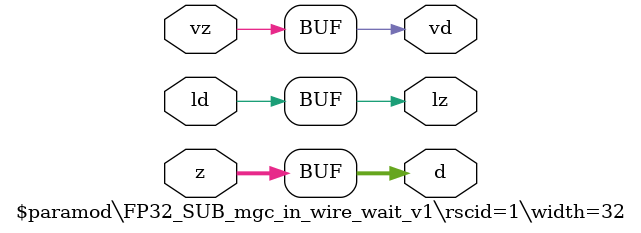
<source format=v>
module \$paramod\FP32_SUB_mgc_in_wire_wait_v1\rscid=1\width=32 (ld, vd, d, lz, vz, z);
  (* src = "./vmod/vlibs/HLS_fp32_sub.v:14" *)
  output [31:0] d;
  (* src = "./vmod/vlibs/HLS_fp32_sub.v:12" *)
  input ld;
  (* src = "./vmod/vlibs/HLS_fp32_sub.v:15" *)
  output lz;
  (* src = "./vmod/vlibs/HLS_fp32_sub.v:13" *)
  output vd;
  (* src = "./vmod/vlibs/HLS_fp32_sub.v:16" *)
  input vz;
  (* src = "./vmod/vlibs/HLS_fp32_sub.v:17" *)
  input [31:0] z;
  assign d = z;
  assign lz = ld;
  assign vd = vz;
endmodule

</source>
